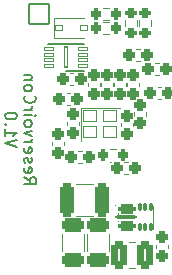
<source format=gbo>
G04 #@! TF.GenerationSoftware,KiCad,Pcbnew,(6.0.7)*
G04 #@! TF.CreationDate,2022-10-27T11:51:29+02:00*
G04 #@! TF.ProjectId,reservoirCon,72657365-7276-46f6-9972-436f6e2e6b69,rev?*
G04 #@! TF.SameCoordinates,Original*
G04 #@! TF.FileFunction,Legend,Bot*
G04 #@! TF.FilePolarity,Positive*
%FSLAX46Y46*%
G04 Gerber Fmt 4.6, Leading zero omitted, Abs format (unit mm)*
G04 Created by KiCad (PCBNEW (6.0.7)) date 2022-10-27 11:51:29*
%MOMM*%
%LPD*%
G01*
G04 APERTURE LIST*
G04 Aperture macros list*
%AMRoundRect*
0 Rectangle with rounded corners*
0 $1 Rounding radius*
0 $2 $3 $4 $5 $6 $7 $8 $9 X,Y pos of 4 corners*
0 Add a 4 corners polygon primitive as box body*
4,1,4,$2,$3,$4,$5,$6,$7,$8,$9,$2,$3,0*
0 Add four circle primitives for the rounded corners*
1,1,$1+$1,$2,$3*
1,1,$1+$1,$4,$5*
1,1,$1+$1,$6,$7*
1,1,$1+$1,$8,$9*
0 Add four rect primitives between the rounded corners*
20,1,$1+$1,$2,$3,$4,$5,0*
20,1,$1+$1,$4,$5,$6,$7,0*
20,1,$1+$1,$6,$7,$8,$9,0*
20,1,$1+$1,$8,$9,$2,$3,0*%
G04 Aperture macros list end*
%ADD10C,0.150000*%
%ADD11C,0.120000*%
%ADD12RoundRect,0.300000X-0.600000X-0.750000X0.600000X-0.750000X0.600000X0.750000X-0.600000X0.750000X0*%
%ADD13O,1.800000X2.100000*%
%ADD14RoundRect,0.050000X0.850000X0.850000X-0.850000X0.850000X-0.850000X-0.850000X0.850000X-0.850000X0*%
%ADD15O,1.800000X1.800000*%
%ADD16C,3.300000*%
%ADD17RoundRect,0.300000X0.750000X-0.600000X0.750000X0.600000X-0.750000X0.600000X-0.750000X-0.600000X0*%
%ADD18O,2.100000X1.800000*%
%ADD19RoundRect,0.300000X0.845000X-0.620000X0.845000X0.620000X-0.845000X0.620000X-0.845000X-0.620000X0*%
%ADD20O,2.290000X1.840000*%
%ADD21RoundRect,0.300000X-0.600000X-0.725000X0.600000X-0.725000X0.600000X0.725000X-0.600000X0.725000X0*%
%ADD22O,1.800000X2.050000*%
%ADD23O,1.150000X2.000000*%
%ADD24RoundRect,0.275000X-0.225000X-0.250000X0.225000X-0.250000X0.225000X0.250000X-0.225000X0.250000X0*%
%ADD25RoundRect,0.300000X-0.325000X-1.100000X0.325000X-1.100000X0.325000X1.100000X-0.325000X1.100000X0*%
%ADD26RoundRect,0.250000X-0.525000X0.200000X-0.525000X-0.200000X0.525000X-0.200000X0.525000X0.200000X0*%
%ADD27RoundRect,0.125000X-0.075000X0.225000X-0.075000X-0.225000X0.075000X-0.225000X0.075000X0.225000X0*%
%ADD28RoundRect,0.125000X-0.787500X0.075000X-0.787500X-0.075000X0.787500X-0.075000X0.787500X0.075000X0*%
%ADD29RoundRect,0.275000X-0.250000X0.225000X-0.250000X-0.225000X0.250000X-0.225000X0.250000X0.225000X0*%
%ADD30RoundRect,0.300000X0.375000X0.850000X-0.375000X0.850000X-0.375000X-0.850000X0.375000X-0.850000X0*%
%ADD31RoundRect,0.300000X-0.650000X0.325000X-0.650000X-0.325000X0.650000X-0.325000X0.650000X0.325000X0*%
%ADD32RoundRect,0.050000X-0.575000X-0.500000X0.575000X-0.500000X0.575000X0.500000X-0.575000X0.500000X0*%
%ADD33RoundRect,0.050000X-0.375000X-0.150000X0.375000X-0.150000X0.375000X0.150000X-0.375000X0.150000X0*%
%ADD34RoundRect,0.050000X-0.150000X-0.850000X0.150000X-0.850000X0.150000X0.850000X-0.150000X0.850000X0*%
%ADD35RoundRect,0.250000X-0.200000X-0.275000X0.200000X-0.275000X0.200000X0.275000X-0.200000X0.275000X0*%
%ADD36RoundRect,0.275000X0.225000X0.250000X-0.225000X0.250000X-0.225000X-0.250000X0.225000X-0.250000X0*%
%ADD37RoundRect,0.250000X0.275000X-0.200000X0.275000X0.200000X-0.275000X0.200000X-0.275000X-0.200000X0*%
%ADD38RoundRect,0.050000X-0.300000X-0.225000X0.300000X-0.225000X0.300000X0.225000X-0.300000X0.225000X0*%
%ADD39RoundRect,0.275000X0.250000X-0.225000X0.250000X0.225000X-0.250000X0.225000X-0.250000X-0.225000X0*%
%ADD40RoundRect,0.250000X-0.275000X0.200000X-0.275000X-0.200000X0.275000X-0.200000X0.275000X0.200000X0*%
%ADD41RoundRect,0.268750X0.218750X0.256250X-0.218750X0.256250X-0.218750X-0.256250X0.218750X-0.256250X0*%
G04 APERTURE END LIST*
D10*
X143752619Y-112047619D02*
X144228809Y-112380952D01*
X143752619Y-112619047D02*
X144752619Y-112619047D01*
X144752619Y-112238095D01*
X144705000Y-112142857D01*
X144657380Y-112095238D01*
X144562142Y-112047619D01*
X144419285Y-112047619D01*
X144324047Y-112095238D01*
X144276428Y-112142857D01*
X144228809Y-112238095D01*
X144228809Y-112619047D01*
X143800238Y-111238095D02*
X143752619Y-111333333D01*
X143752619Y-111523809D01*
X143800238Y-111619047D01*
X143895476Y-111666666D01*
X144276428Y-111666666D01*
X144371666Y-111619047D01*
X144419285Y-111523809D01*
X144419285Y-111333333D01*
X144371666Y-111238095D01*
X144276428Y-111190476D01*
X144181190Y-111190476D01*
X144085952Y-111666666D01*
X143800238Y-110809523D02*
X143752619Y-110714285D01*
X143752619Y-110523809D01*
X143800238Y-110428571D01*
X143895476Y-110380952D01*
X143943095Y-110380952D01*
X144038333Y-110428571D01*
X144085952Y-110523809D01*
X144085952Y-110666666D01*
X144133571Y-110761904D01*
X144228809Y-110809523D01*
X144276428Y-110809523D01*
X144371666Y-110761904D01*
X144419285Y-110666666D01*
X144419285Y-110523809D01*
X144371666Y-110428571D01*
X143800238Y-109571428D02*
X143752619Y-109666666D01*
X143752619Y-109857142D01*
X143800238Y-109952380D01*
X143895476Y-110000000D01*
X144276428Y-110000000D01*
X144371666Y-109952380D01*
X144419285Y-109857142D01*
X144419285Y-109666666D01*
X144371666Y-109571428D01*
X144276428Y-109523809D01*
X144181190Y-109523809D01*
X144085952Y-110000000D01*
X143752619Y-109095238D02*
X144419285Y-109095238D01*
X144228809Y-109095238D02*
X144324047Y-109047619D01*
X144371666Y-109000000D01*
X144419285Y-108904761D01*
X144419285Y-108809523D01*
X144419285Y-108571428D02*
X143752619Y-108333333D01*
X144419285Y-108095238D01*
X143752619Y-107571428D02*
X143800238Y-107666666D01*
X143847857Y-107714285D01*
X143943095Y-107761904D01*
X144228809Y-107761904D01*
X144324047Y-107714285D01*
X144371666Y-107666666D01*
X144419285Y-107571428D01*
X144419285Y-107428571D01*
X144371666Y-107333333D01*
X144324047Y-107285714D01*
X144228809Y-107238095D01*
X143943095Y-107238095D01*
X143847857Y-107285714D01*
X143800238Y-107333333D01*
X143752619Y-107428571D01*
X143752619Y-107571428D01*
X143752619Y-106809523D02*
X144419285Y-106809523D01*
X144752619Y-106809523D02*
X144705000Y-106857142D01*
X144657380Y-106809523D01*
X144705000Y-106761904D01*
X144752619Y-106809523D01*
X144657380Y-106809523D01*
X143752619Y-106333333D02*
X144419285Y-106333333D01*
X144228809Y-106333333D02*
X144324047Y-106285714D01*
X144371666Y-106238095D01*
X144419285Y-106142857D01*
X144419285Y-106047619D01*
X143847857Y-105142857D02*
X143800238Y-105190476D01*
X143752619Y-105333333D01*
X143752619Y-105428571D01*
X143800238Y-105571428D01*
X143895476Y-105666666D01*
X143990714Y-105714285D01*
X144181190Y-105761904D01*
X144324047Y-105761904D01*
X144514523Y-105714285D01*
X144609761Y-105666666D01*
X144705000Y-105571428D01*
X144752619Y-105428571D01*
X144752619Y-105333333D01*
X144705000Y-105190476D01*
X144657380Y-105142857D01*
X143752619Y-104571428D02*
X143800238Y-104666666D01*
X143847857Y-104714285D01*
X143943095Y-104761904D01*
X144228809Y-104761904D01*
X144324047Y-104714285D01*
X144371666Y-104666666D01*
X144419285Y-104571428D01*
X144419285Y-104428571D01*
X144371666Y-104333333D01*
X144324047Y-104285714D01*
X144228809Y-104238095D01*
X143943095Y-104238095D01*
X143847857Y-104285714D01*
X143800238Y-104333333D01*
X143752619Y-104428571D01*
X143752619Y-104571428D01*
X144419285Y-103809523D02*
X143752619Y-103809523D01*
X144324047Y-103809523D02*
X144371666Y-103761904D01*
X144419285Y-103666666D01*
X144419285Y-103523809D01*
X144371666Y-103428571D01*
X144276428Y-103380952D01*
X143752619Y-103380952D01*
X143142619Y-109523809D02*
X142142619Y-109190476D01*
X143142619Y-108857142D01*
X142142619Y-108000000D02*
X142142619Y-108571428D01*
X142142619Y-108285714D02*
X143142619Y-108285714D01*
X142999761Y-108380952D01*
X142904523Y-108476190D01*
X142856904Y-108571428D01*
X142237857Y-107571428D02*
X142190238Y-107523809D01*
X142142619Y-107571428D01*
X142190238Y-107619047D01*
X142237857Y-107571428D01*
X142142619Y-107571428D01*
X143142619Y-106904761D02*
X143142619Y-106809523D01*
X143095000Y-106714285D01*
X143047380Y-106666666D01*
X142952142Y-106619047D01*
X142761666Y-106571428D01*
X142523571Y-106571428D01*
X142333095Y-106619047D01*
X142237857Y-106666666D01*
X142190238Y-106714285D01*
X142142619Y-106809523D01*
X142142619Y-106904761D01*
X142190238Y-107000000D01*
X142237857Y-107047619D01*
X142333095Y-107095238D01*
X142523571Y-107142857D01*
X142761666Y-107142857D01*
X142952142Y-107095238D01*
X143047380Y-107047619D01*
X143095000Y-107000000D01*
X143142619Y-106904761D01*
D11*
X152259420Y-111810000D02*
X152540580Y-111810000D01*
X152259420Y-110790000D02*
X152540580Y-110790000D01*
X148163748Y-115360000D02*
X149586252Y-115360000D01*
X148163748Y-112640000D02*
X149586252Y-112640000D01*
X151700000Y-114450000D02*
X151700000Y-115150000D01*
X151700000Y-116450000D02*
X151700000Y-115750000D01*
X154700000Y-114450000D02*
X154700000Y-116450000D01*
X151500000Y-114450000D02*
G75*
G03*
X151500000Y-114450000I-50000J0D01*
G01*
X148410000Y-107359420D02*
X148410000Y-107640580D01*
X147390000Y-107359420D02*
X147390000Y-107640580D01*
X153161252Y-117490000D02*
X152638748Y-117490000D01*
X153161252Y-119710000D02*
X152638748Y-119710000D01*
X150910000Y-116888748D02*
X150910000Y-118311252D01*
X149090000Y-116888748D02*
X149090000Y-118311252D01*
X148550000Y-108950000D02*
X148550000Y-106150000D01*
X148550000Y-106150000D02*
X151850000Y-106150000D01*
X147110000Y-109059420D02*
X147110000Y-109340580D01*
X146090000Y-109059420D02*
X146090000Y-109340580D01*
X147359420Y-105910000D02*
X147640580Y-105910000D01*
X147359420Y-104890000D02*
X147640580Y-104890000D01*
D10*
X145800000Y-100782559D02*
X148800000Y-100782559D01*
X147300000Y-103032559D02*
X148800000Y-103032559D01*
D11*
X149190000Y-104059420D02*
X149190000Y-104340580D01*
X150210000Y-104059420D02*
X150210000Y-104340580D01*
X150462742Y-98877500D02*
X150937258Y-98877500D01*
X150462742Y-99922500D02*
X150937258Y-99922500D01*
X151390000Y-104059420D02*
X151390000Y-104340580D01*
X152410000Y-104059420D02*
X152410000Y-104340580D01*
X146990000Y-116888748D02*
X146990000Y-118311252D01*
X148810000Y-116888748D02*
X148810000Y-118311252D01*
X155059420Y-105410000D02*
X155340580Y-105410000D01*
X155059420Y-104390000D02*
X155340580Y-104390000D01*
X148640580Y-110810000D02*
X148359420Y-110810000D01*
X148640580Y-109790000D02*
X148359420Y-109790000D01*
X154522500Y-99237258D02*
X154522500Y-98762742D01*
X153477500Y-99237258D02*
X153477500Y-98762742D01*
X146300000Y-98550000D02*
X148850000Y-98550000D01*
X146300000Y-100250000D02*
X146300000Y-98550000D01*
X146300000Y-100250000D02*
X148850000Y-100250000D01*
X150290000Y-104059420D02*
X150290000Y-104340580D01*
X151310000Y-104059420D02*
X151310000Y-104340580D01*
X151062742Y-110722500D02*
X151537258Y-110722500D01*
X151062742Y-109677500D02*
X151537258Y-109677500D01*
X153510000Y-104059420D02*
X153510000Y-104340580D01*
X152490000Y-104059420D02*
X152490000Y-104340580D01*
X154859420Y-102390000D02*
X155140580Y-102390000D01*
X154859420Y-103410000D02*
X155140580Y-103410000D01*
X147940580Y-104210000D02*
X147659420Y-104210000D01*
X147940580Y-103190000D02*
X147659420Y-103190000D01*
X154110000Y-106840580D02*
X154110000Y-106559420D01*
X153090000Y-106840580D02*
X153090000Y-106559420D01*
X151990000Y-107740580D02*
X151990000Y-107459420D01*
X153010000Y-107740580D02*
X153010000Y-107459420D01*
X153322500Y-98762742D02*
X153322500Y-99237258D01*
X152277500Y-98762742D02*
X152277500Y-99237258D01*
X155910000Y-118040580D02*
X155910000Y-117759420D01*
X154890000Y-118040580D02*
X154890000Y-117759420D01*
X150462742Y-97677500D02*
X150937258Y-97677500D01*
X150462742Y-98722500D02*
X150937258Y-98722500D01*
X153562779Y-101190000D02*
X153237221Y-101190000D01*
X153562779Y-102210000D02*
X153237221Y-102210000D01*
%LPC*%
D12*
X162250000Y-107000000D03*
D13*
X164750000Y-107000000D03*
D14*
X145000000Y-98200000D03*
D15*
X145000000Y-95660000D03*
D16*
X164400000Y-97000000D03*
D17*
X159000000Y-99150000D03*
D18*
X159000000Y-96650000D03*
D16*
X164400000Y-121000000D03*
D19*
X140420000Y-114440000D03*
D20*
X140420000Y-111900000D03*
X140420000Y-109360000D03*
D21*
X147950000Y-121700000D03*
D22*
X150450000Y-121700000D03*
X152950000Y-121700000D03*
X155450000Y-121700000D03*
D19*
X140420000Y-106440000D03*
D20*
X140420000Y-103900000D03*
X140420000Y-101360000D03*
D12*
X162250000Y-111300000D03*
D13*
X164750000Y-111300000D03*
D16*
X140400000Y-121000000D03*
D12*
X162200000Y-115600000D03*
D13*
X164700000Y-115600000D03*
D16*
X140400000Y-97000000D03*
D23*
X154575000Y-95800000D03*
X147425000Y-95800000D03*
D14*
X157700000Y-116325000D03*
D15*
X157700000Y-113785000D03*
X157700000Y-111245000D03*
D24*
X151625000Y-111300000D03*
X153175000Y-111300000D03*
D25*
X147400000Y-114000000D03*
X150350000Y-114000000D03*
D26*
X152512500Y-114700000D03*
D27*
X153562500Y-114600000D03*
X154012500Y-114600000D03*
X154462500Y-114600000D03*
X154462500Y-116300000D03*
X154012500Y-116300000D03*
X153562500Y-116300000D03*
D26*
X152512500Y-116200000D03*
D28*
X152375000Y-115450000D03*
D29*
X147900000Y-106725000D03*
X147900000Y-108275000D03*
D30*
X153975000Y-118600000D03*
X151825000Y-118600000D03*
D31*
X150000000Y-116125000D03*
X150000000Y-119075000D03*
D32*
X149325000Y-106850000D03*
X151075000Y-106850000D03*
X151075000Y-108250000D03*
X149325000Y-108250000D03*
D29*
X146600000Y-108425000D03*
X146600000Y-109975000D03*
D24*
X146725000Y-105400000D03*
X148275000Y-105400000D03*
D33*
X145850000Y-102657559D03*
X145850000Y-102157559D03*
X145850000Y-101657559D03*
X145850000Y-101157559D03*
X148750000Y-101157559D03*
X148750000Y-101657559D03*
X148750000Y-102157559D03*
X148750000Y-102657559D03*
D34*
X147300000Y-101907559D03*
D29*
X149700000Y-103425000D03*
X149700000Y-104975000D03*
D35*
X149875000Y-99400000D03*
X151525000Y-99400000D03*
D29*
X151900000Y-103425000D03*
X151900000Y-104975000D03*
D31*
X147900000Y-116125000D03*
X147900000Y-119075000D03*
D24*
X154425000Y-104900000D03*
X155975000Y-104900000D03*
D36*
X149275000Y-110300000D03*
X147725000Y-110300000D03*
D37*
X154000000Y-99825000D03*
X154000000Y-98175000D03*
D38*
X146750000Y-99400000D03*
X148850000Y-99400000D03*
D29*
X150800000Y-103425000D03*
X150800000Y-104975000D03*
D35*
X150475000Y-110200000D03*
X152125000Y-110200000D03*
D29*
X153000000Y-103425000D03*
X153000000Y-104975000D03*
D24*
X154225000Y-102900000D03*
X155775000Y-102900000D03*
D36*
X148575000Y-103700000D03*
X147025000Y-103700000D03*
D39*
X153600000Y-107475000D03*
X153600000Y-105925000D03*
X152500000Y-108375000D03*
X152500000Y-106825000D03*
D40*
X152800000Y-98175000D03*
X152800000Y-99825000D03*
D39*
X155400000Y-118675000D03*
X155400000Y-117125000D03*
D35*
X149875000Y-98200000D03*
X151525000Y-98200000D03*
D41*
X154187500Y-101700000D03*
X152612500Y-101700000D03*
M02*

</source>
